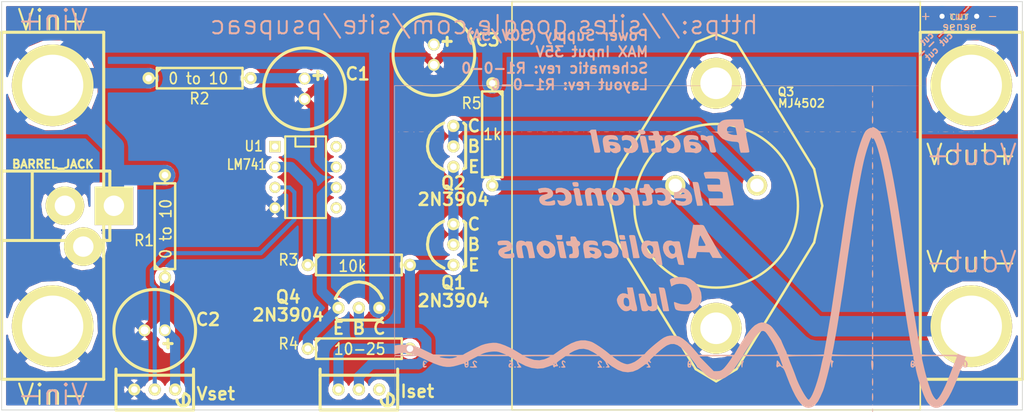
<source format=kicad_pcb>
(kicad_pcb (version 3) (host pcbnew "(2013-07-07 BZR 4022)-stable")
  (title_block (title "PEAC Power Supply") (rev R1-0-0) (company "Practical Electronics Applications Club - Portland State Chapter") (comment 1 "Flipped Power PNP to top of board.") (comment 2 "Added Vin+/Vin- text to back Silk Screen") (comment 3 "Added 1k Ohm load resistor between Vout+ and Vout-"))
  (layers (15 F.Cu signal) (0 B.Cu signal) (18 B.Paste user hide) (19 F.Paste user hide) (20 B.SilkS user) (21 F.SilkS user) (22 B.Mask user) (23 F.Mask user) (28 Edge.Cuts user))
  (net 0 "")
  (net 1 GND)
  (net 2 N-000001)
  (net 3 N-0000010)
  (net 4 N-0000011)
  (net 5 N-0000014)
  (net 6 N-000003)
  (net 7 N-000004)
  (net 8 N-000005)
  (net 9 N-000006)
  (net 10 N-000007)
  (net 11 N-000009)
  (net 12 VCC)
  (module Potentiometer_Bourns_3296W_3-8Zoll_Inline_ScrewUp (layer F.Cu) (at 44.45 99.06 90)
    (fp_text reference Vset (at -0.5334 7.5946 180) (layer F.SilkS) (effects (font (size 1.524 1.524) (thickness 0.3048))))
    (fp_text value POT hide)
    (pad 2 thru_hole circle (at 0 0 90) (size 1.524 1.524) (drill 0.8128) (layers *.Cu *.Mask F.SilkS) (net 6 N-000003))
    (pad 3 thru_hole circle (at 0 -2.54 90) (size 1.524 1.524) (drill 0.8128) (layers *.Cu *.Mask F.SilkS) (net 1 GND))
    (pad 1 thru_hole circle (at 0 2.54 90) (size 1.524 1.524) (drill 0.8128) (layers *.Cu *.Mask F.SilkS) (net 10 N-000007))
  )
  (module Potentiometer_Bourns_3296W_3-8Zoll_Inline_ScrewUp (layer F.Cu) (at 69.85 99.06 90)
    (fp_text reference Iset (at -0.2286 7.2644 180) (layer F.SilkS) (effects (font (size 1.524 1.524) (thickness 0.3048))))
    (fp_text value POT hide)
    (pad 2 thru_hole circle (at 0 0 90) (size 1.524 1.524) (drill 0.8128) (layers *.Cu *.Mask F.SilkS) (net 7 N-000004))
    (pad 3 thru_hole circle (at 0 -2.54 90) (size 1.524 1.524) (drill 0.8128) (layers *.Cu *.Mask F.SilkS) (net 4 N-0000011))
    (pad 1 thru_hole circle (at 0 2.54 90) (size 1.524 1.524) (drill 0.8128) (layers *.Cu *.Mask F.SilkS))
  )
  (module TO-92-Inline-EBC (layer F.Cu) (at 69.85 88.9 90)
    (fp_text reference Q4 (at 1.3462 -8.79856 180) (layer F.SilkS) (effects (font (size 1.524 1.524) (thickness 0.3048))))
    (fp_text value 2N3904 (at -0.88392 -8.79856 180) (layer F.SilkS) (effects (font (size 1.524 1.524) (thickness 0.3048))))
    (fp_text user E (at -2.54 -2.54 180) (layer F.SilkS) (effects (font (size 1.50114 1.50114) (thickness 0.29972))))
    (fp_text user B (at -2.54 0 180) (layer F.SilkS) (effects (font (size 1.50114 1.50114) (thickness 0.29972))))
    (fp_text user C (at -2.54 2.54 180) (layer F.SilkS) (effects (font (size 1.50114 1.50114) (thickness 0.29972))))
    (pad B thru_hole circle (at 0 0 90) (size 1.524 1.524) (drill 0.8128) (layers *.Cu *.Mask F.SilkS) (net 7 N-000004))
    (pad C thru_hole circle (at 0 2.54 90) (size 1.524 1.524) (drill 0.8128) (layers *.Cu *.Mask F.SilkS) (net 12 VCC))
    (pad E thru_hole circle (at 0 -2.54 90) (size 1.524 1.524) (drill 0.8128) (layers *.Cu *.Mask F.SilkS) (net 8 N-000005))
  )
  (module TO-92-Bipolar-inline-wide-EBC (layer F.Cu) (at 81.6102 68.8086 180)
    (fp_text reference Q2 (at 0 -4.572 180) (layer F.SilkS) (effects (font (size 1.524 1.524) (thickness 0.3048))))
    (fp_text value 2N3904 (at 0 -6.59384 180) (layer F.SilkS) (effects (font (size 1.524 1.524) (thickness 0.3048))))
    (fp_text user E (at -2.54 -2.54 180) (layer F.SilkS) (effects (font (size 1.50114 1.50114) (thickness 0.29972))))
    (fp_text user B (at -2.54 0 180) (layer F.SilkS) (effects (font (size 1.50114 1.50114) (thickness 0.29972))))
    (fp_text user C (at -2.54 2.54 180) (layer F.SilkS) (effects (font (size 1.50114 1.50114) (thickness 0.29972))))
    (pad B thru_hole circle (at 0 0 180) (size 1.524 1.524) (drill 0.8128) (layers *.Cu *.Mask F.SilkS) (net 11 N-000009))
    (pad C thru_hole circle (at 0 2.54 180) (size 1.524 1.524) (drill 0.8128) (layers *.Cu *.Mask F.SilkS) (net 11 N-000009))
    (pad E thru_hole circle (at 0 -2.54 180) (size 1.524 1.524) (drill 0.8128) (layers *.Cu *.Mask F.SilkS) (net 9 N-000006))
  )
  (module TO-92-Bipolar-inline-wide-EBC (layer F.Cu) (at 81.6102 81.026 180)
    (fp_text reference Q1 (at 0 -4.75488 180) (layer F.SilkS) (effects (font (size 1.524 1.524) (thickness 0.3048))))
    (fp_text value 2N3904 (at 0 -6.985 180) (layer F.SilkS) (effects (font (size 1.524 1.524) (thickness 0.3048))))
    (fp_text user E (at -2.54 -2.54 180) (layer F.SilkS) (effects (font (size 1.50114 1.50114) (thickness 0.29972))))
    (fp_text user B (at -2.54 0 180) (layer F.SilkS) (effects (font (size 1.50114 1.50114) (thickness 0.29972))))
    (fp_text user C (at -2.54 2.54 180) (layer F.SilkS) (effects (font (size 1.50114 1.50114) (thickness 0.29972))))
    (pad B thru_hole circle (at 0 0 180) (size 1.524 1.524) (drill 0.8128) (layers *.Cu *.Mask F.SilkS) (net 9 N-000006))
    (pad C thru_hole circle (at 0 2.54 180) (size 1.524 1.524) (drill 0.8128) (layers *.Cu *.Mask F.SilkS) (net 9 N-000006))
    (pad E thru_hole circle (at 0 -2.54 180) (size 1.524 1.524) (drill 0.8128) (layers *.Cu *.Mask F.SilkS) (net 7 N-000004))
  )
  (module Elko_vert_DM10_RM2-5 (layer F.Cu) (at 44.45 91.694 180)
    (fp_text reference C2 (at -6.6294 1.3462 180) (layer F.SilkS) (effects (font (size 1.524 1.524) (thickness 0.3048))))
    (fp_text value "100uF 50V" hide)
    (fp_line (start -1.651 -2.159) (end -1.651 -1.143) (layer F.Cu) (width 0.381))
    (fp_line (start -2.159 -1.651) (end -1.143 -1.651) (layer F.Cu) (width 0.381))
    (pad 2 thru_hole circle (at 1.27 0 180) (size 1.50114 1.50114) (drill 1.016) (layers *.Cu *.Mask F.SilkS) (net 1 GND))
    (pad 1 thru_hole circle (at -1.27 0 180) (size 1.50114 1.50114) (drill 1.016) (layers *.Cu *.Mask F.SilkS) (net 10 N-000007))
  )
  (module Elko_vert_DM10_RM2-5 (layer F.Cu) (at 79.18196 57.39892 270)
    (fp_text reference C3 (at -1.83388 -6.69544 360) (layer F.SilkS) (effects (font (size 1.524 1.524) (thickness 0.3048))))
    (fp_text value "100uF 50V" hide)
    (fp_line (start -1.651 -2.159) (end -1.651 -1.143) (layer F.Cu) (width 0.381))
    (fp_line (start -2.159 -1.651) (end -1.143 -1.651) (layer F.Cu) (width 0.381))
    (pad 2 thru_hole circle (at 1.27 0 270) (size 1.50114 1.50114) (drill 1.016) (layers *.Cu *.Mask F.SilkS) (net 1 GND))
    (pad 1 thru_hole circle (at -1.27 0 270) (size 1.50114 1.50114) (drill 1.016) (layers *.Cu *.Mask F.SilkS) (net 12 VCC))
  )
  (module Elko_vert_DM10_RM2-5 (layer F.Cu) (at 63.0936 61.6458 270)
    (fp_text reference C1 (at -1.8542 -6.604 360) (layer F.SilkS) (effects (font (size 1.524 1.524) (thickness 0.3048))))
    (fp_text value "100uF 50V" hide)
    (fp_line (start -1.651 -2.159) (end -1.651 -1.143) (layer F.Cu) (width 0.381))
    (fp_line (start -2.159 -1.651) (end -1.143 -1.651) (layer F.Cu) (width 0.381))
    (pad 2 thru_hole circle (at 1.27 0 270) (size 1.50114 1.50114) (drill 1.016) (layers *.Cu *.Mask F.SilkS) (net 1 GND))
    (pad 1 thru_hole circle (at -1.27 0 270) (size 1.50114 1.50114) (drill 1.016) (layers *.Cu *.Mask F.SilkS) (net 3 N-0000010))
  )
  (module TO3 (layer F.Cu) (at 114.3 76.2 270)
    (fp_text reference Q3 (at -14.1732 -8.6868 360) (layer F.SilkS) (effects (font (size 1.016 1.016) (thickness 0.2032))))
    (fp_text value MJ4502 (at -12.7508 -10.6172 360) (layer F.SilkS) (effects (font (size 1.016 1.016) (thickness 0.2032))))
    (pad 1 thru_hole circle (at -15.24 0 270) (size 6.35 6.35) (drill 3.937) (layers *.Cu *.Mask F.SilkS) (net 1 GND))
    (pad 1 thru_hole circle (at 15.24 0 270) (size 6.35 6.35) (drill 3.937) (layers *.Cu *.Mask F.SilkS) (net 1 GND))
    (pad 3 thru_hole circle (at -2.54 -5.08 270) (size 2.54 2.54) (drill 1.6764) (layers *.Cu *.Mask F.SilkS) (net 11 N-000009))
    (pad 2 thru_hole circle (at -2.54 5.08 270) (size 2.54 2.54) (drill 1.6764) (layers *.Cu *.Mask F.SilkS) (net 5 N-0000014))
  )
  (module R5 (layer F.Cu) (at 50.038 60.325)
    (fp_text reference R2 (at -0.0254 2.54) (layer F.SilkS) (effects (font (size 1.397 1.27) (thickness 0.2032))))
    (fp_text value "0 to 10" (at -0.16256 0.04064) (layer F.SilkS) (effects (font (size 1.397 1.27) (thickness 0.2032))))
    (pad 1 thru_hole circle (at -6.35 0) (size 1.524 1.524) (drill 0.8128) (layers *.Cu *.Mask F.SilkS) (net 12 VCC))
    (pad 2 thru_hole circle (at 6.35 0) (size 1.524 1.524) (drill 0.8128) (layers *.Cu *.Mask F.SilkS) (net 3 N-0000010))
  )
  (module R5 (layer F.Cu) (at 69.85 83.566)
    (fp_text reference R3 (at -8.763 -0.635) (layer F.SilkS) (effects (font (size 1.397 1.27) (thickness 0.2032))))
    (fp_text value 10k (at -0.8128 0.14224) (layer F.SilkS) (effects (font (size 1.397 1.27) (thickness 0.2032))))
    (pad 1 thru_hole circle (at -6.35 0) (size 1.524 1.524) (drill 0.8128) (layers *.Cu *.Mask F.SilkS) (net 2 N-000001))
    (pad 2 thru_hole circle (at 6.35 0) (size 1.524 1.524) (drill 0.8128) (layers *.Cu *.Mask F.SilkS) (net 7 N-000004))
  )
  (module R5 (layer F.Cu) (at 45.72 78.74 90)
    (fp_text reference R1 (at -1.76784 -2.5908 180) (layer F.SilkS) (effects (font (size 1.397 1.27) (thickness 0.2032))))
    (fp_text value "0 to 10" (at -0.3302 0.1016 90) (layer F.SilkS) (effects (font (size 1.397 1.27) (thickness 0.2032))))
    (pad 1 thru_hole circle (at -6.35 0 90) (size 1.524 1.524) (drill 0.8128) (layers *.Cu *.Mask F.SilkS) (net 10 N-000007))
    (pad 2 thru_hole circle (at 6.35 0 90) (size 1.524 1.524) (drill 0.8128) (layers *.Cu *.Mask F.SilkS) (net 12 VCC))
  )
  (module R5 (layer F.Cu) (at 69.85 93.98)
    (fp_text reference R4 (at -8.763 -0.6096) (layer F.SilkS) (effects (font (size 1.397 1.27) (thickness 0.2032))))
    (fp_text value 10-25 (at 0.1016 0.0508) (layer F.SilkS) (effects (font (size 1.397 1.27) (thickness 0.2032))))
    (pad 1 thru_hole circle (at -6.35 0) (size 1.524 1.524) (drill 0.8128) (layers *.Cu *.Mask F.SilkS) (net 8 N-000005))
    (pad 2 thru_hole circle (at 6.35 0) (size 1.524 1.524) (drill 0.8128) (layers *.Cu *.Mask F.SilkS) (net 4 N-0000011))
  )
  (module JACK_ALIM (layer F.Cu) (at 33.274 76.2)
    (fp_text reference CON1 hide)
    (fp_text value BARREL_JACK (at -1.4986 -5.1816) (layer F.SilkS) (effects (font (size 1.016 1.016) (thickness 0.254))))
    (pad 2 thru_hole circle (at 0 0) (size 4.8006 4.8006) (drill 2.54) (layers *.Cu *.Mask F.SilkS) (net 1 GND))
    (pad 1 thru_hole rect (at 6.096 0) (size 4.8006 4.8006) (drill 2.54) (layers *.Cu *.Mask F.SilkS) (net 12 VCC))
    (pad 3 thru_hole circle (at 2.286 5.08) (size 4.8006 4.8006) (drill 2.54) (layers *.Cu *.Mask F.SilkS) (net 1 GND))
  )
  (module DIP-8__300 (layer F.Cu) (at 63.2206 72.644 270)
    (fp_text reference U1 (at -3.8608 6.4516 360) (layer F.SilkS) (effects (font (size 1.27 1.143) (thickness 0.2032))))
    (fp_text value LM741 (at -1.5748 7.3406 360) (layer F.SilkS) (effects (font (size 1.27 1.016) (thickness 0.2032))))
    (pad 1 thru_hole rect (at -3.81 3.81 270) (size 1.397 1.397) (drill 0.8128) (layers *.Cu *.Mask F.SilkS))
    (pad 2 thru_hole circle (at -1.27 3.81 270) (size 1.397 1.397) (drill 0.8128) (layers *.Cu *.Mask F.SilkS) (net 2 N-000001))
    (pad 3 thru_hole circle (at 1.27 3.81 270) (size 1.397 1.397) (drill 0.8128) (layers *.Cu *.Mask F.SilkS) (net 6 N-000003))
    (pad 4 thru_hole circle (at 3.81 3.81 270) (size 1.397 1.397) (drill 0.8128) (layers *.Cu *.Mask F.SilkS) (net 1 GND))
    (pad 5 thru_hole circle (at 3.81 -3.81 270) (size 1.397 1.397) (drill 0.8128) (layers *.Cu *.Mask F.SilkS))
    (pad 6 thru_hole circle (at 1.27 -3.81 270) (size 1.397 1.397) (drill 0.8128) (layers *.Cu *.Mask F.SilkS) (net 8 N-000005))
    (pad 7 thru_hole circle (at -1.27 -3.81 270) (size 1.397 1.397) (drill 0.8128) (layers *.Cu *.Mask F.SilkS) (net 3 N-0000010))
    (pad 8 thru_hole circle (at -3.81 -3.81 270) (size 1.397 1.397) (drill 0.8128) (layers *.Cu *.Mask F.SilkS))
  )
  (module 2PIN_6mm (layer F.Cu) (at 31.75 76.2 90)
    (fp_text reference P2 hide)
    (fp_text value CONN_2 hide)
    (pad 1 thru_hole circle (at -14.986 0 90) (size 10.16 10.16) (drill 7.62) (layers *.Cu *.Mask F.SilkS) (net 1 GND))
    (pad 2 thru_hole circle (at 14.986 0 90) (size 10.16 10.16) (drill 7.62) (layers *.Cu *.Mask F.SilkS) (net 12 VCC))
  )
  (module 2PIN_6mm (layer F.Cu) (at 146.05 76.2 270)
    (fp_text reference P1 hide)
    (fp_text value CONN_2 hide)
    (pad 1 thru_hole circle (at -14.986 0 270) (size 10.16 10.16) (drill 7.62) (layers *.Cu *.Mask F.SilkS) (net 12 VCC))
    (pad 2 thru_hole circle (at 14.986 0 270) (size 10.16 10.16) (drill 7.62) (layers *.Cu *.Mask F.SilkS) (net 5 N-0000014))
  )
  (module PEAC_LOGO_mirror_LR (layer B.Cu) (at 110.3122 81.534)
    (fp_text reference G*** hide)
    (fp_text value LOGO hide)
  )
  (module R5 (layer F.Cu) (at 86.45144 67.31 270)
    (fp_text reference R5 (at -3.8608 2.58064 360) (layer F.SilkS) (effects (font (size 1.397 1.27) (thickness 0.2032))))
    (fp_text value 1k (at 0 0 360) (layer F.SilkS) (effects (font (size 1.397 1.27) (thickness 0.2032))))
    (pad 1 thru_hole circle (at -6.35 0 270) (size 1.524 1.524) (drill 0.8128) (layers *.Cu *.Mask F.SilkS) (net 12 VCC))
    (pad 2 thru_hole circle (at 6.35 0 270) (size 1.524 1.524) (drill 0.8128) (layers *.Cu *.Mask F.SilkS) (net 5 N-0000014))
  )
  (gr_text cut (at 140.52804 55.40248 45) (layer B.SilkS) (effects (font (size 0.762 0.762) (thickness 0.1905)) (justify mirror)))
  (gr_text cut (at 142.89532 55.45328 45) (layer B.SilkS) (effects (font (size 0.762 0.762) (thickness 0.1905)) (justify mirror)))
  (gr_text cut (at 141.11732 57.26684 45) (layer B.SilkS) (effects (font (size 0.762 0.762) (thickness 0.1905)) (justify mirror)))
  (gr_line (start 145.161 51.99888) (end 145.69948 51.4604) (angle 90) (layer B.SilkS) (width 0.2))
  (gr_line (start 140.8176 56.37784) (end 141.35608 55.83936) (angle 90) (layer B.SilkS) (width 0.2))
  (gr_line (start 142.04696 55.11292) (end 142.58544 54.57444) (angle 90) (layer B.SilkS) (width 0.2))
  (gr_line (start 139.66444 57.49544) (end 140.20292 56.95696) (angle 90) (layer B.SilkS) (width 0.2))
  (gr_text sense (at 144.58696 53.8734) (layer B.SilkS) (effects (font (size 1.016 1.016) (thickness 0.127)) (justify mirror)))
  (gr_text "-   cur   +" (at 144.53108 52.57292) (layer B.SilkS) (effects (font (size 1.016 1.016) (thickness 0.127)) (justify mirror)))
  (gr_text "+   cur   -" (at 144.53108 52.57292) (layer F.SilkS) (effects (font (size 1.016 1.016) (thickness 0.127))))
  (gr_text sense (at 144.58696 53.8734) (layer F.SilkS) (effects (font (size 1.016 1.016) (thickness 0.127))))
  (gr_text Vout- (at 146.05 83.185) (layer B.SilkS) (effects (font (size 2.54 2.54) (thickness 0.254)) (justify mirror)))
  (gr_text Vout+ (at 146.05 69.85) (layer B.SilkS) (effects (font (size 2.54 2.54) (thickness 0.254)) (justify mirror)))
  (gr_text Vin- (at 31.75 99.695) (layer B.SilkS) (effects (font (size 2.54 2.54) (thickness 0.254)) (justify mirror)))
  (gr_text Vin+ (at 31.75 53.086) (layer B.SilkS) (effects (font (size 2.54 2.54) (thickness 0.254)) (justify mirror)))
  (gr_text "Power Supply (30V/5A)\nMAX Input 35V\nSchematic rev: R1-0-0\nLayout rev: R1-0-0" (at 105.9942 58.0644) (layer B.SilkS) (effects (font (size 1.27 1.27) (thickness 0.254)) (justify left mirror)))
  (gr_text https://sites.google.com/site/psupeac (at 85.4202 53.6956) (layer B.SilkS) (effects (font (size 2.286 2.286) (thickness 0.254)) (justify mirror)))
  (gr_line (start 88.9 101.6) (end 88.9 50.8) (angle 90) (layer F.SilkS) (width 0.2))
  (gr_line (start 139.7 101.6) (end 88.9 101.6) (angle 90) (layer F.SilkS) (width 0.2))
  (gr_line (start 139.7 50.8) (end 139.7 101.6) (angle 90) (layer F.SilkS) (width 0.2))
  (gr_line (start 88.9 50.8) (end 139.7 50.8) (angle 90) (layer F.SilkS) (width 0.2))
  (gr_text Vout- (at 146.05 83.185) (layer F.SilkS) (effects (font (size 2.54 2.54) (thickness 0.254))))
  (gr_text Vout+ (at 146.05 69.85) (layer F.SilkS) (effects (font (size 2.54 2.54) (thickness 0.254))))
  (gr_text Vin- (at 31.75 99.695) (layer F.SilkS) (effects (font (size 2.54 2.54) (thickness 0.254))))
  (gr_text Vin+ (at 31.75 53.086) (layer F.SilkS) (effects (font (size 2.54 2.54) (thickness 0.254))))
  (gr_line (start 25.4 101.6) (end 25.4 50.8) (angle 90) (layer Edge.Cuts) (width 0.1))
  (gr_line (start 152.4 101.6) (end 25.4 101.6) (angle 90) (layer Edge.Cuts) (width 0.1))
  (gr_line (start 152.4 50.8) (end 152.4 101.6) (angle 90) (layer Edge.Cuts) (width 0.1))
  (gr_line (start 25.4 50.8) (end 152.4 50.8) (angle 90) (layer Edge.Cuts) (width 0.1))
  (segment (start 59.4106 71.374) (end 61.3664 71.374) (width 1.27) (layer B.Cu) (net 2))
  (segment (start 61.3664 71.374) (end 63.5 73.5076) (width 1.27) (layer B.Cu) (net 2))
  (segment (start 63.5 73.5076) (end 63.5 83.566) (width 1.27) (layer B.Cu) (net 2))
  (segment (start 67.0306 71.374) (end 65.84696 71.374) (width 1.27) (layer B.Cu) (net 3))
  (segment (start 64.9224 70.44944) (end 64.9224 60.3758) (width 1.27) (layer B.Cu) (net 3))
  (segment (start 65.84696 71.374) (end 64.9224 70.44944) (width 1.27) (layer B.Cu) (net 3))
  (segment (start 64.9224 60.3758) (end 63.0936 60.3758) (width 1.27) (layer B.Cu) (net 3))
  (segment (start 56.388 60.325) (end 63.0428 60.325) (width 1.27) (layer B.Cu) (net 3))
  (segment (start 63.0428 60.325) (end 63.0936 60.3758) (width 1.27) (layer B.Cu) (net 3))
  (segment (start 76.2 93.98) (end 67.96024 93.98) (width 1.27) (layer B.Cu) (net 4))
  (segment (start 67.31 94.63024) (end 67.31 99.06) (width 1.27) (layer B.Cu) (net 4))
  (segment (start 67.96024 93.98) (end 67.31 94.63024) (width 1.27) (layer B.Cu) (net 4))
  (segment (start 126.746 91.186) (end 109.22 73.66) (width 2.54) (layer B.Cu) (net 5))
  (segment (start 146.05 91.186) (end 126.746 91.186) (width 2.54) (layer B.Cu) (net 5))
  (segment (start 109.22 73.66) (end 86.45144 73.66) (width 1.27) (layer B.Cu) (net 5))
  (segment (start 59.4106 73.914) (end 61.214 73.914) (width 0.508) (layer B.Cu) (net 6))
  (segment (start 61.214 73.914) (end 61.8236 74.5236) (width 0.508) (layer B.Cu) (net 6))
  (segment (start 61.8236 74.5236) (end 61.8236 76.327) (width 0.508) (layer B.Cu) (net 6))
  (segment (start 61.8236 77.9272) (end 61.8236 76.327) (width 0.508) (layer B.Cu) (net 6))
  (segment (start 57.658 82.0928) (end 61.8236 77.9272) (width 0.508) (layer B.Cu) (net 6))
  (segment (start 46.2026 82.0928) (end 57.658 82.0928) (width 0.508) (layer B.Cu) (net 6))
  (segment (start 44.0944 84.201) (end 46.2026 82.0928) (width 0.508) (layer B.Cu) (net 6))
  (segment (start 44.0944 86.01964) (end 44.0944 84.201) (width 0.508) (layer B.Cu) (net 6))
  (segment (start 44.45 86.37524) (end 44.0944 86.01964) (width 0.508) (layer B.Cu) (net 6))
  (segment (start 44.45 99.06) (end 44.45 86.37524) (width 0.508) (layer B.Cu) (net 6))
  (segment (start 76.2 83.566) (end 76.2 92.0242) (width 1.27) (layer B.Cu) (net 7))
  (segment (start 69.85 92.0242) (end 76.2 92.0242) (width 1.27) (layer B.Cu) (net 7))
  (segment (start 69.85 88.9) (end 69.85 92.0242) (width 1.27) (layer B.Cu) (net 7))
  (segment (start 76.2 92.0242) (end 77.343 92.0242) (width 1.27) (layer B.Cu) (net 7))
  (segment (start 78.25232 92.93352) (end 77.343 92.0242) (width 1.27) (layer B.Cu) (net 7))
  (segment (start 69.85 97.45472) (end 69.85 99.06) (width 1.27) (layer B.Cu) (net 7))
  (segment (start 78.25232 94.92488) (end 78.25232 92.93352) (width 1.27) (layer B.Cu) (net 7))
  (segment (start 77.2668 95.9104) (end 78.25232 94.92488) (width 1.27) (layer B.Cu) (net 7))
  (segment (start 71.39432 95.9104) (end 77.2668 95.9104) (width 1.27) (layer B.Cu) (net 7))
  (segment (start 69.85 97.45472) (end 71.39432 95.9104) (width 1.27) (layer B.Cu) (net 7))
  (segment (start 81.6102 83.566) (end 76.2 83.566) (width 1.27) (layer B.Cu) (net 7))
  (segment (start 67.0306 73.914) (end 66.2686 73.914) (width 1.27) (layer B.Cu) (net 8))
  (segment (start 65.2272 86.8172) (end 67.31 88.9) (width 1.27) (layer B.Cu) (net 8))
  (segment (start 65.2272 74.9554) (end 65.2272 86.8172) (width 1.27) (layer B.Cu) (net 8))
  (segment (start 66.2686 73.914) (end 65.2272 74.9554) (width 1.27) (layer B.Cu) (net 8))
  (segment (start 63.5 93.98) (end 63.5 92.71) (width 1.27) (layer B.Cu) (net 8))
  (segment (start 63.5 92.71) (end 67.31 88.9) (width 1.27) (layer B.Cu) (net 8))
  (segment (start 81.6102 71.3486) (end 81.6102 78.486) (width 1.27) (layer B.Cu) (net 9))
  (segment (start 81.6102 78.486) (end 81.6102 81.026) (width 1.27) (layer B.Cu) (net 9))
  (segment (start 46.99 99.06) (end 46.99 92.964) (width 1.27) (layer B.Cu) (net 10))
  (segment (start 45.72 85.09) (end 45.72 91.694) (width 1.27) (layer B.Cu) (net 10))
  (segment (start 46.99 92.964) (end 45.72 91.694) (width 1.27) (layer B.Cu) (net 10))
  (segment (start 81.6102 66.2686) (end 111.9886 66.2686) (width 1.27) (layer B.Cu) (net 11))
  (segment (start 81.6102 68.8086) (end 81.6102 66.2686) (width 1.27) (layer B.Cu) (net 11))
  (segment (start 111.9886 66.2686) (end 119.38 73.66) (width 1.27) (layer B.Cu) (net 11))
  (segment (start 143.65732 53.8734) (end 142.40764 52.62372) (width 2.54) (layer B.Cu) (net 12))
  (via (at 142.40764 52.62372) (size 0.889) (layers F.Cu B.Cu) (net 12))
  (segment (start 140.92936 54.102) (end 142.40764 52.62372) (width 2.54) (layer B.Cu) (net 12))
  (segment (start 140.92936 54.102) (end 138.938 54.102) (width 2.54) (layer B.Cu) (net 12))
  (segment (start 72.39 54.102) (end 86.45144 54.102) (width 2.54) (layer B.Cu) (net 12))
  (segment (start 86.45144 60.96) (end 86.45144 54.102) (width 2.54) (layer B.Cu) (net 12))
  (segment (start 142.08506 57.24906) (end 138.938 54.102) (width 2.54) (layer B.Cu) (net 12))
  (segment (start 146.71548 52.62372) (end 146.7104 52.62372) (width 2.54) (layer B.Cu) (net 12))
  (via (at 146.71548 52.62372) (size 0.889) (layers F.Cu B.Cu) (net 12))
  (segment (start 146.7104 52.62372) (end 142.08506 57.24906) (width 2.54) (layer B.Cu) (net 12))
  (segment (start 128.6002 54.102) (end 138.938 54.102) (width 2.54) (layer B.Cu) (net 12))
  (segment (start 86.45144 54.102) (end 128.6002 54.102) (width 2.54) (layer B.Cu) (net 12))
  (segment (start 72.39 54.102) (end 72.39 75.1332) (width 2.54) (layer B.Cu) (net 12))
  (segment (start 72.39 79.8322) (end 72.39 75.1332) (width 2.54) (layer B.Cu) (net 12))
  (segment (start 36.576 54.102) (end 72.39 54.102) (width 2.54) (layer B.Cu) (net 12))
  (segment (start 147.32 62.484) (end 146.05 61.214) (width 2.54) (layer B.Cu) (net 12))
  (segment (start 72.39 79.8322) (end 72.39 88.9) (width 2.54) (layer B.Cu) (net 12))
  (segment (start 146.05 61.214) (end 142.08506 57.24906) (width 2.54) (layer B.Cu) (net 12))
  (segment (start 43.688 60.325) (end 32.639 60.325) (width 2.54) (layer B.Cu) (net 12))
  (segment (start 32.639 60.325) (end 31.75 61.214) (width 2.54) (layer B.Cu) (net 12))
  (segment (start 45.72 72.39) (end 39.37 72.39) (width 2.54) (layer B.Cu) (net 12))
  (segment (start 39.37 76.2) (end 39.37 72.39) (width 2.54) (layer B.Cu) (net 12))
  (segment (start 39.37 72.39) (end 39.37 68.834) (width 2.54) (layer B.Cu) (net 12))
  (segment (start 39.37 68.834) (end 31.75 61.214) (width 2.54) (layer B.Cu) (net 12))
  (segment (start 31.75 61.214) (end 31.75 58.928) (width 2.54) (layer B.Cu) (net 12))
  (segment (start 31.75 58.928) (end 36.576 54.102) (width 2.54) (layer B.Cu) (net 12))
  (zone (net 12) (net_name VCC) (layer B.Cu) (connect_pads (clearance 0.508)) (min_thickness 0.254) (fill (arc_segments 16) (thermal_gap 0.508) (thermal_bridge_width 1.27))
    (polygon (pts (xy 25.1968 50.5968) (xy 143.64716 50.5968) (xy 146.2278 50.5968) (xy 139.7 57.1246) (xy 38.1 57.15) (xy 38.1 67.31) (xy 25.1968 67.31)))
  )
  (zone (net 1) (net_name GND) (layer F.Cu) (connect_pads (clearance 0.508)) (min_thickness 0.254) (fill (arc_segments 16) (thermal_gap 0.508) (thermal_bridge_width 1.27))
    (polygon (pts (xy 25.1968 50.5968) (xy 152.6032 50.5968) (xy 152.6032 101.8032) (xy 25.1968 101.8032)))
  )
  (zone (net 12) (net_name VCC) (layer B.Cu) (connect_pads (clearance 0.508)) (min_thickness 0.254) (fill (arc_segments 16) (thermal_gap 0.508) (thermal_bridge_width 1.27))
    (polygon (pts (xy 152.6032 67.31) (xy 139.7 67.31) (xy 139.7 57.84596) (xy 146.94916 50.5968) (xy 152.6032 50.5968)))
  )
  (zone (net 1) (net_name GND) (layer B.Cu) (connect_pads (clearance 0.508)) (min_thickness 0.254) (fill (arc_segments 16) (thermal_gap 0.508) (thermal_bridge_width 1.27))
    (polygon (pts (xy 25.1968 67.818) (xy 38.608 67.818) (xy 38.608 57.658) (xy 139.192 57.658) (xy 139.192 67.818) (xy 152.6032 67.818) (xy 152.6032 101.8032) (xy 25.1968 101.8032)))
  )
)
</source>
